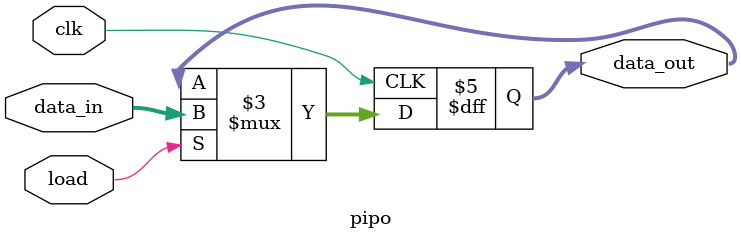
<source format=v>

module pipo(data_out,data_in,load,clk); 
  input [15:0] data_in;
  input clk,load;
  output reg [15:0] data_out;
  
  always@(posedge clk) begin
    if(load) data_out<=data_in;
    else data_out <= data_out;
  end
endmodule

</source>
